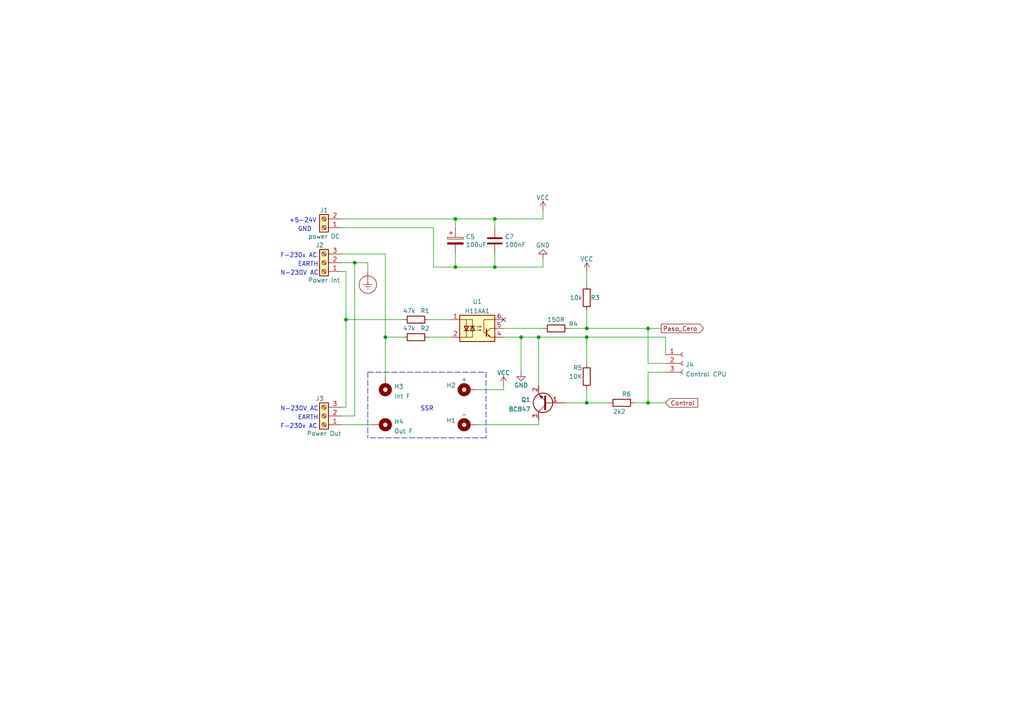
<source format=kicad_sch>
(kicad_sch (version 20211123) (generator eeschema)
  (paper "A4")
  (title_block (date "2018-12-14") (rev "2") (company "Radioelf"))
  (lib_symbols
    (symbol "Connector:Conn_01x03_Female" (pin_names (offset 1.016) hide)
      (property "Reference" "J" (at 0 5.08 0))
      (property "Value" "Conn_01x03_Female" (at 0 -5.08 0))
      (symbol "Conn_01x03_Female_1_1"
        (arc (start 0 -2.032) (mid -0.508 -2.54) (end 0 -3.048) (stroke (width 0.1524)))
        (polyline (pts (xy -1.27 -2.54) (xy -0.508 -2.54)) (stroke (width 0.1524)))
        (polyline (pts (xy -1.27 0) (xy -0.508 0)) (stroke (width 0.1524)))
        (polyline (pts (xy -1.27 2.54) (xy -0.508 2.54)) (stroke (width 0.1524)))
        (arc (start 0 0.508) (mid -0.508 0) (end 0 -0.508) (stroke (width 0.1524)))
        (arc (start 0 3.048) (mid -0.508 2.54) (end 0 2.032) (stroke (width 0.1524)))
        (pin passive line (at -5.08 2.54 0) (length 3.81) (name "Pin_1") (number "1"))
        (pin passive line (at -5.08 0 0) (length 3.81) (name "Pin_2") (number "2"))
        (pin passive line (at -5.08 -2.54 0) (length 3.81) (name "Pin_3") (number "3"))
      )
    )
    (symbol "Connector:Screw_Terminal_01x02" (pin_names (offset 1.016) hide)
      (property "Reference" "J" (at 0 2.54 0))
      (property "Value" "Screw_Terminal_01x02" (at 0 -5.08 0))
      (symbol "Screw_Terminal_01x02_1_1"
        (rectangle (start -1.27 1.27) (end 1.27 -3.81) (stroke (width 0.254)) (fill (type background)))
        (circle (center 0 -2.54) (radius 0.635) (stroke (width 0.1524)))
        (polyline (pts (xy -0.5334 -2.2098) (xy 0.3302 -3.048)) (stroke (width 0.1524)))
        (polyline (pts (xy -0.5334 0.3302) (xy 0.3302 -0.508)) (stroke (width 0.1524)))
        (polyline (pts (xy -0.3556 -2.032) (xy 0.508 -2.8702)) (stroke (width 0.1524)))
        (polyline (pts (xy -0.3556 0.508) (xy 0.508 -0.3302)) (stroke (width 0.1524)))
        (circle (center 0 0) (radius 0.635) (stroke (width 0.1524)))
        (pin passive line (at -5.08 0 0) (length 3.81) (name "Pin_1") (number "1"))
        (pin passive line (at -5.08 -2.54 0) (length 3.81) (name "Pin_2") (number "2"))
      )
    )
    (symbol "Connector:Screw_Terminal_01x03" (pin_names (offset 1.016) hide)
      (property "Reference" "J" (at 0 5.08 0))
      (property "Value" "Screw_Terminal_01x03" (at 0 -5.08 0))
      (symbol "Screw_Terminal_01x03_1_1"
        (rectangle (start -1.27 3.81) (end 1.27 -3.81) (stroke (width 0.254)) (fill (type background)))
        (circle (center 0 -2.54) (radius 0.635) (stroke (width 0.1524)))
        (polyline (pts (xy -0.5334 -2.2098) (xy 0.3302 -3.048)) (stroke (width 0.1524)))
        (polyline (pts (xy -0.5334 0.3302) (xy 0.3302 -0.508)) (stroke (width 0.1524)))
        (polyline (pts (xy -0.5334 2.8702) (xy 0.3302 2.032)) (stroke (width 0.1524)))
        (polyline (pts (xy -0.3556 -2.032) (xy 0.508 -2.8702)) (stroke (width 0.1524)))
        (polyline (pts (xy -0.3556 0.508) (xy 0.508 -0.3302)) (stroke (width 0.1524)))
        (polyline (pts (xy -0.3556 3.048) (xy 0.508 2.2098)) (stroke (width 0.1524)))
        (circle (center 0 0) (radius 0.635) (stroke (width 0.1524)))
        (circle (center 0 2.54) (radius 0.635) (stroke (width 0.1524)))
        (pin passive line (at -5.08 2.54 0) (length 3.81) (name "Pin_1") (number "1"))
        (pin passive line (at -5.08 0 0) (length 3.81) (name "Pin_2") (number "2"))
        (pin passive line (at -5.08 -2.54 0) (length 3.81) (name "Pin_3") (number "3"))
      )
    )
    (symbol "Device:C" (pin_numbers hide) (pin_names (offset 0.254))
      (property "Reference" "C" (at 0.635 2.54 0))
      (property "Value" "C" (at 0.635 -2.54 0))
      (symbol "C_0_1"
        (polyline (pts (xy -2.032 -0.762) (xy 2.032 -0.762)) (stroke (width 0.508)))
        (polyline (pts (xy -2.032 0.762) (xy 2.032 0.762)) (stroke (width 0.508)))
      )
      (symbol "C_1_1"
        (pin passive line (at 0 3.81 270) (length 2.794) (name "~") (number "1"))
        (pin passive line (at 0 -3.81 90) (length 2.794) (name "~") (number "2"))
      )
    )
    (symbol "Device:CP" (pin_numbers hide) (pin_names (offset 0.254))
      (property "Reference" "C" (at 0.635 2.54 0))
      (property "Value" "CP" (at 0.635 -2.54 0))
      (symbol "CP_0_1"
        (rectangle (start -2.286 0.508) (end 2.286 1.016))
        (polyline (pts (xy -1.778 2.286) (xy -0.762 2.286)))
        (polyline (pts (xy -1.27 2.794) (xy -1.27 1.778)))
        (rectangle (start 2.286 -0.508) (end -2.286 -1.016) (fill (type outline)))
      )
      (symbol "CP_1_1"
        (pin passive line (at 0 3.81 270) (length 2.794) (name "~") (number "1"))
        (pin passive line (at 0 -3.81 90) (length 2.794) (name "~") (number "2"))
      )
    )
    (symbol "Device:R" (pin_numbers hide) (pin_names (offset 0))
      (property "Reference" "R" (at 2.032 0 90))
      (property "Value" "R" (at 0 0 90))
      (symbol "R_0_1"
        (rectangle (start -1.016 -2.54) (end 1.016 2.54) (stroke (width 0.254)))
      )
      (symbol "R_1_1"
        (pin passive line (at 0 3.81 270) (length 1.27) (name "~") (number "1"))
        (pin passive line (at 0 -3.81 90) (length 1.27) (name "~") (number "2"))
      )
    )
    (symbol "Isolator:H11AA1"
      (property "Reference" "U" (at -5.334 4.953 0))
      (property "Value" "H11AA1" (at 0.635 4.953 0))
      (symbol "H11AA1_0_1"
        (polyline (pts (xy -2.032 0.635) (xy -0.762 0.635)) (stroke (width 0.254)))
        (polyline (pts (xy -1.397 -2.54) (xy -3.175 -2.54)) (stroke (width 0.1524)))
        (polyline (pts (xy -1.397 -0.635) (xy -1.397 -2.54)))
        (polyline (pts (xy -1.397 0.635) (xy -1.397 -0.635)))
        (polyline (pts (xy -1.397 0.635) (xy -1.397 2.54)))
        (polyline (pts (xy -1.397 2.54) (xy -3.175 2.54)) (stroke (width 0.1524)))
        (polyline (pts (xy -1.397 0.635) (xy -2.032 -0.635) (xy -0.762 -0.635) (xy -1.397 0.635)) (stroke (width 0.254)))
      )
      (symbol "H11AA1_1_1"
        (rectangle (start -5.08 3.81) (end 5.08 -3.81) (stroke (width 0.254)) (fill (type background)))
        (polyline (pts (xy -3.81 -0.635) (xy -2.54 -0.635)) (stroke (width 0.254)))
        (polyline (pts (xy 2.667 -1.397) (xy 3.81 -2.54)))
        (polyline (pts (xy 2.667 -1.143) (xy 3.81 0)))
        (polyline (pts (xy 3.81 -2.54) (xy 5.08 -2.54)))
        (polyline (pts (xy 3.81 0) (xy 5.08 0)))
        (polyline (pts (xy 2.667 -0.254) (xy 2.667 -2.286) (xy 2.667 -2.286)) (stroke (width 0.3556)))
        (polyline (pts (xy -5.08 -2.54) (xy -3.175 -2.54) (xy -3.175 2.54) (xy -5.08 2.54)))
        (polyline (pts (xy -3.175 -0.635) (xy -3.81 0.635) (xy -2.54 0.635) (xy -3.175 -0.635)) (stroke (width 0.254)))
        (polyline (pts (xy 3.683 -2.413) (xy 3.429 -1.905) (xy 3.175 -2.159) (xy 3.683 -2.413)))
        (polyline (pts (xy 5.08 2.54) (xy 1.905 2.54) (xy 1.905 -1.27) (xy 2.54 -1.27)))
        (polyline (pts (xy -0.127 -0.508) (xy 1.143 -0.508) (xy 0.762 -0.635) (xy 0.762 -0.381) (xy 1.143 -0.508)))
        (polyline (pts (xy -0.127 0.508) (xy 1.143 0.508) (xy 0.762 0.381) (xy 0.762 0.635) (xy 1.143 0.508)))
        (pin passive line (at -7.62 2.54 0) (length 2.54) (name "~") (number "1"))
        (pin passive line (at -7.62 -2.54 0) (length 2.54) (name "~") (number "2"))
        (pin no_connect line (at -5.08 0 0) (length 2.54) hide (name "NC") (number "3"))
        (pin passive line (at 7.62 -2.54 180) (length 2.54) (name "~") (number "4"))
        (pin passive line (at 7.62 0 180) (length 2.54) (name "~") (number "5"))
        (pin passive line (at 7.62 2.54 180) (length 2.54) (name "~") (number "6"))
      )
    )
    (symbol "Mechanical:MountingHole_Pad" (pin_numbers hide) (pin_names (offset 1.016) hide)
      (property "Reference" "H" (at 0 6.35 0))
      (property "Value" "MountingHole_Pad" (at 0 4.445 0))
      (symbol "MountingHole_Pad_0_1"
        (circle (center 0 1.27) (radius 1.27) (stroke (width 1.27)))
      )
      (symbol "MountingHole_Pad_1_1"
        (pin input line (at 0 -2.54 90) (length 2.54) (name "1") (number "1"))
      )
    )
    (symbol "Transistor_BJT:BC847" (pin_names (offset 0) hide)
      (property "Reference" "Q" (at 5.08 1.905 0))
      (property "Value" "BC847" (at 5.08 0 0))
      (symbol "BC847_0_1"
        (polyline (pts (xy 0.635 0.635) (xy 2.54 2.54)))
        (polyline (pts (xy 0.635 -0.635) (xy 2.54 -2.54) (xy 2.54 -2.54)))
        (polyline (pts (xy 0.635 1.905) (xy 0.635 -1.905) (xy 0.635 -1.905)) (stroke (width 0.508)))
        (polyline (pts (xy 1.27 -1.778) (xy 1.778 -1.27) (xy 2.286 -2.286) (xy 1.27 -1.778) (xy 1.27 -1.778)) (fill (type outline)))
        (circle (center 1.27 0) (radius 2.8194) (stroke (width 0.254)))
      )
      (symbol "BC847_1_1"
        (pin input line (at -5.08 0 0) (length 5.715) (name "B") (number "1"))
        (pin passive line (at 2.54 -5.08 90) (length 2.54) (name "E") (number "2"))
        (pin passive line (at 2.54 5.08 270) (length 2.54) (name "C") (number "3"))
      )
    )
    (symbol "power:Earth_Protective" (power) (pin_names (offset 0))
      (symbol "Earth_Protective_0_1"
        (circle (center 0 -3.81) (radius 2.54))
        (polyline (pts (xy -0.635 -4.445) (xy 0.635 -4.445)))
        (polyline (pts (xy -0.127 -5.08) (xy 0.127 -5.08)))
        (polyline (pts (xy 0 -3.81) (xy 0 0)))
        (polyline (pts (xy 1.27 -3.81) (xy -1.27 -3.81)))
      )
      (symbol "Earth_Protective_1_1"
        (pin power_in line (at 0 0 270) (length 0) hide (name "Earth_Protective") (number "1"))
      )
    )
    (symbol "power:GND" (power) (pin_names (offset 0))
      (property "Value" "GND" (at 0 -3.81 0))
      (symbol "GND_0_1"
        (polyline (pts (xy 0 0) (xy 0 -1.27) (xy 1.27 -1.27) (xy 0 -2.54) (xy -1.27 -1.27) (xy 0 -1.27)))
      )
      (symbol "GND_1_1"
        (pin power_in line (at 0 0 270) (length 0) hide (name "GND") (number "1"))
      )
    )
    (symbol "power:VCC" (power) (pin_names (offset 0))
      (property "Value" "VCC" (at 0 3.81 0))
      (symbol "VCC_0_1"
        (polyline (pts (xy -0.762 1.27) (xy 0 2.54)))
        (polyline (pts (xy 0 0) (xy 0 2.54)))
        (polyline (pts (xy 0 2.54) (xy 0.762 1.27)))
      )
      (symbol "VCC_1_1"
        (pin power_in line (at 0 0 90) (length 0) hide (name "VCC") (number "1"))
      )
    )
  )
  (junction (at 187.96 116.84))
  (junction (at 143.51 77.47))
  (junction (at 170.18 116.84))
  (junction (at 143.51 63.5))
  (junction (at 132.08 77.47))
  (junction (at 132.08 63.5))
  (junction (at 102.87 76.2))
  (junction (at 151.13 97.79))
  (junction (at 170.18 95.25))
  (junction (at 156.21 97.79))
  (junction (at 187.96 95.25))
  (junction (at 111.76 97.79))
  (junction (at 170.18 97.79))
  (junction (at 100.33 92.71))
  (no_connect (at 146.05 92.71))
  (wire (pts (xy 100.33 92.71) (xy 116.84 92.71)))
  (wire (pts (xy 116.84 97.79) (xy 111.76 97.79)))
  (wire (pts (xy 99.06 66.04) (xy 125.73 66.04)))
  (wire (pts (xy 100.33 92.71) (xy 100.33 118.11)))
  (wire (pts (xy 111.76 97.79) (xy 111.76 109.22)))
  (wire (pts (xy 132.08 63.5) (xy 143.51 63.5)))
  (wire (pts (xy 170.18 78.74) (xy 170.18 82.55)))
  (polyline (pts (xy 106.68 107.95) (xy 106.68 127)))
  (wire (pts (xy 99.06 120.65) (xy 102.87 120.65)))
  (wire (pts (xy 187.96 107.95) (xy 187.96 116.84)))
  (wire (pts (xy 138.43 123.19) (xy 156.21 123.19)))
  (wire (pts (xy 124.46 92.71) (xy 130.81 92.71)))
  (wire (pts (xy 138.43 113.03) (xy 146.05 113.03)))
  (wire (pts (xy 99.06 78.74) (xy 100.33 78.74)))
  (wire (pts (xy 124.46 97.79) (xy 130.81 97.79)))
  (wire (pts (xy 132.08 73.66) (xy 132.08 77.47)))
  (wire (pts (xy 100.33 78.74) (xy 100.33 92.71)))
  (wire (pts (xy 170.18 97.79) (xy 170.18 105.41)))
  (wire (pts (xy 146.05 111.76) (xy 146.05 113.03)))
  (wire (pts (xy 184.15 116.84) (xy 187.96 116.84)))
  (wire (pts (xy 132.08 66.04) (xy 132.08 63.5)))
  (wire (pts (xy 143.51 63.5) (xy 157.48 63.5)))
  (wire (pts (xy 156.21 97.79) (xy 156.21 111.76)))
  (wire (pts (xy 125.73 77.47) (xy 132.08 77.47)))
  (wire (pts (xy 99.06 123.19) (xy 107.95 123.19)))
  (wire (pts (xy 132.08 77.47) (xy 143.51 77.47)))
  (wire (pts (xy 99.06 118.11) (xy 100.33 118.11)))
  (wire (pts (xy 143.51 77.47) (xy 157.48 77.47)))
  (polyline (pts (xy 140.97 107.95) (xy 140.97 127)))
  (wire (pts (xy 187.96 105.41) (xy 193.04 105.41)))
  (wire (pts (xy 170.18 116.84) (xy 176.53 116.84)))
  (wire (pts (xy 111.76 73.66) (xy 111.76 97.79)))
  (polyline (pts (xy 140.97 127) (xy 106.68 127)))
  (wire (pts (xy 187.96 116.84) (xy 193.04 116.84)))
  (wire (pts (xy 143.51 77.47) (xy 143.51 73.66)))
  (wire (pts (xy 193.04 107.95) (xy 187.96 107.95)))
  (wire (pts (xy 193.04 97.79) (xy 170.18 97.79)))
  (wire (pts (xy 157.48 74.93) (xy 157.48 77.47)))
  (wire (pts (xy 170.18 113.03) (xy 170.18 116.84)))
  (wire (pts (xy 146.05 95.25) (xy 157.48 95.25)))
  (wire (pts (xy 193.04 102.87) (xy 193.04 97.79)))
  (wire (pts (xy 187.96 105.41) (xy 187.96 95.25)))
  (wire (pts (xy 156.21 97.79) (xy 170.18 97.79)))
  (wire (pts (xy 99.06 73.66) (xy 111.76 73.66)))
  (wire (pts (xy 151.13 97.79) (xy 156.21 97.79)))
  (wire (pts (xy 170.18 95.25) (xy 187.96 95.25)))
  (wire (pts (xy 187.96 95.25) (xy 191.77 95.25)))
  (wire (pts (xy 106.68 76.2) (xy 106.68 78.74)))
  (wire (pts (xy 156.21 121.92) (xy 156.21 123.19)))
  (polyline (pts (xy 106.68 107.95) (xy 140.97 107.95)))
  (wire (pts (xy 170.18 90.17) (xy 170.18 95.25)))
  (wire (pts (xy 163.83 116.84) (xy 170.18 116.84)))
  (wire (pts (xy 151.13 97.79) (xy 151.13 107.95)))
  (wire (pts (xy 102.87 76.2) (xy 102.87 120.65)))
  (wire (pts (xy 99.06 76.2) (xy 102.87 76.2)))
  (wire (pts (xy 99.06 63.5) (xy 132.08 63.5)))
  (wire (pts (xy 102.87 76.2) (xy 106.68 76.2)))
  (wire (pts (xy 143.51 63.5) (xy 143.51 66.04)))
  (wire (pts (xy 146.05 97.79) (xy 151.13 97.79)))
  (wire (pts (xy 165.1 95.25) (xy 170.18 95.25)))
  (wire (pts (xy 125.73 66.04) (xy 125.73 77.47)))
  (wire (pts (xy 157.48 60.96) (xy 157.48 63.5)))
  (text "SSR" (at 121.92 119.38 0) (effects (font (size 1.27 1.27)) (justify left bottom)))
  (text "EARTH" (at 86.36 121.92 0) (effects (font (size 1.27 1.27)) (justify left bottom)))
  (text "EARTH" (at 86.36 77.47 0) (effects (font (size 1.27 1.27)) (justify left bottom)))
  (text "N-230V AC" (at 81.28 80.01 0) (effects (font (size 1.27 1.27)) (justify left bottom)))
  (text "F-230v AC" (at 81.28 124.46 0) (effects (font (size 1.27 1.27)) (justify left bottom)))
  (text "N-230V AC" (at 81.28 119.38 0) (effects (font (size 1.27 1.27)) (justify left bottom)))
  (text "+5-24V" (at 83.82 64.77 0) (effects (font (size 1.27 1.27)) (justify left bottom)))
  (text "F-230v AC" (at 81.28 74.93 0) (effects (font (size 1.27 1.27)) (justify left bottom)))
  (text "GND" (at 86.36 67.31 0) (effects (font (size 1.27 1.27)) (justify left bottom)))
  (global_label "Paso_Cero" (shape output) (at 191.77 95.25 0) (property "Referencias entre hojas" "${INTERSHEET_REFS}" (effects hide)))
  (global_label "Control" (shape input) (at 193.04 116.84 0) (property "Referencias entre hojas" "${INTERSHEET_REFS}" (effects hide)))
  (symbol (lib_id "power:GND") (at 157.48 74.93 180) (unit 1)
    (property "Reference" "#PWR04" (effects hide))
    (property "Value" "GND" (at 157.48 71.12 0))
  )
  (symbol (lib_id "Device:CP") (at 132.08 69.85 0) (unit 1)
    (property "Reference" "C5" (at 135.0772 68.6816 0) (effects (justify left)))
    (property "Value" "100uF" (at 135.0772 70.993 0) (effects (justify left)))
    (property "Footprint" "Capacitor_SMD:CP_Elec_5x4.5" (effects hide))
  )
  (symbol (lib_id "Device:C") (at 143.51 69.85 0) (unit 1)
    (property "Reference" "C7" (at 146.431 68.6816 0) (effects (justify left)))
    (property "Value" "100nF" (at 146.431 70.993 0) (effects (justify left)))
    (property "Footprint" "Capacitor_SMD:C_0805_2012Metric" (effects hide))
  )
  (symbol (lib_id "Device:R") (at 120.65 97.79 270) (unit 1)
    (property "Reference" "R2" (at 121.92 95.25 90) (effects (justify left)))
    (property "Value" "47k" (at 116.84 95.25 90) (effects (justify left)))
    (property "Footprint" "Resistor_THT:R_Axial_DIN0411_L9.9mm_D3.6mm_P12.70mm_Horizontal" (effects hide))
  )
  (symbol (lib_id "Device:R") (at 120.65 92.71 270) (unit 1)
    (property "Reference" "R1" (at 121.92 90.17 90) (effects (justify left)))
    (property "Value" "47k" (at 116.84 90.17 90) (effects (justify left)))
    (property "Footprint" "Resistor_THT:R_Axial_DIN0411_L9.9mm_D3.6mm_P12.70mm_Horizontal" (effects hide))
  )
  (symbol (lib_id "Device:R") (at 161.29 95.25 90) (unit 1)
    (property "Reference" "R4" (at 167.64 93.98 90) (effects (justify left)))
    (property "Value" "150R" (at 163.83 92.71 90) (effects (justify left)))
    (property "Footprint" "Resistor_SMD:R_0805_2012Metric" (effects hide))
  )
  (symbol (lib_id "Device:R") (at 180.34 116.84 270) (unit 1)
    (property "Reference" "R6" (at 180.34 114.3 90) (effects (justify left)))
    (property "Value" "2k2" (at 177.8 119.38 90) (effects (justify left)))
    (property "Footprint" "Resistor_SMD:R_0805_2012Metric" (effects hide))
  )
  (symbol (lib_id "power:GND") (at 151.13 107.95 0) (unit 1)
    (property "Reference" "#PWR09" (effects hide))
    (property "Value" "GND" (at 151.13 111.76 0))
  )
  (symbol (lib_id "Mechanical:MountingHole_Pad") (at 110.49 123.19 270) (unit 1)
    (property "Reference" "H4" (at 114.3 122.2815 90) (effects (justify left)))
    (property "Value" "Out F" (at 114.3 125.0566 90) (effects (justify left)))
    (property "Footprint" "MountingHole:MountingHole_4.3mm_M4_DIN965_Pad_TopBottom" (effects hide))
  )
  (symbol (lib_id "Mechanical:MountingHole_Pad") (at 135.89 113.03 90) (unit 1)
    (property "Reference" "H2" (at 130.81 111.76 90))
    (property "Value" "+" (at 134.62 110.0606 90))
    (property "Footprint" "MountingHole:MountingHole_3.5mm_Pad_TopBottom" (effects hide))
  )
  (symbol (lib_id "Connector:Conn_01x03_Female") (at 198.12 105.41 0) (unit 1)
    (property "Reference" "J4" (at 198.8312 105.7715 0) (effects (justify left)))
    (property "Value" "Control CPU" (at 198.8312 108.5466 0) (effects (justify left)))
    (property "Footprint" "Connector_JST:JST_EH_B3B-EH-A_1x03_P2.50mm_Vertical" (effects hide))
  )
  (symbol (lib_id "Mechanical:MountingHole_Pad") (at 135.89 123.19 90) (unit 1)
    (property "Reference" "H1" (at 130.81 121.92 90))
    (property "Value" "-" (at 134.62 120.2206 90))
    (property "Footprint" "MountingHole:MountingHole_3.5mm_Pad_TopBottom" (effects hide))
  )
  (symbol (lib_id "power:VCC") (at 157.48 60.96 0) (unit 1)
    (property "Reference" "#PWR0102" (effects hide))
    (property "Value" "VCC" (at 157.48 57.3555 0))
  )
  (symbol (lib_id "Mechanical:MountingHole_Pad") (at 111.76 111.76 180) (unit 1)
    (property "Reference" "H3" (at 114.3 112.1215 0) (effects (justify right)))
    (property "Value" "Int F" (at 114.3 114.8966 0) (effects (justify right)))
    (property "Footprint" "MountingHole:MountingHole_4.3mm_M4_DIN965_Pad_TopBottom" (effects hide))
  )
  (symbol (lib_id "Connector:Screw_Terminal_01x03") (at 93.98 120.65 180) (unit 1)
    (property "Reference" "J3" (at 92.71 115.57 0))
    (property "Value" "Power Out" (at 93.98 125.73 0))
    (property "Footprint" "TerminalBlock:TerminalBlock_bornier-3_P5.08mm" (effects hide))
  )
  (symbol (lib_id "power:Earth_Protective") (at 106.68 78.74 0) (unit 1)
    (property "Reference" "#PWR01" (effects hide))
    (property "Value" "Earth_Protective" (effects hide))
  )
  (symbol (lib_id "Transistor_BJT:BC847") (at 158.75 116.84 180) (unit 1)
    (property "Reference" "Q1" (at 153.8986 115.9315 0) (effects (justify left)))
    (property "Value" "BC847" (at 153.8986 118.7066 0) (effects (justify left)))
    (property "Footprint" "Package_TO_SOT_SMD:SOT-23" (effects hide))
    (property "Datasheet" "http://www.infineon.com/dgdl/Infineon-BC847SERIES_BC848SERIES_BC849SERIES_BC850SERIES-DS-v01_01-en.pdf?fileId=db3a304314dca389011541d4630a1657" (effects hide))
  )
  (symbol (lib_id "power:VCC") (at 146.05 111.76 0) (unit 1)
    (property "Reference" "#PWR0101" (effects hide))
    (property "Value" "VCC" (at 146.05 108.1555 0))
  )
  (symbol (lib_id "power:VCC") (at 170.18 78.74 0) (unit 1)
    (property "Reference" "#PWR02" (effects hide))
    (property "Value" "VCC" (at 170.18 75.1355 0))
  )
  (symbol (lib_id "Connector:Screw_Terminal_01x03") (at 93.98 76.2 180) (unit 1)
    (property "Reference" "J2" (at 92.71 71.12 0))
    (property "Value" "Power Int" (at 93.98 81.28 0))
    (property "Footprint" "TerminalBlock:TerminalBlock_bornier-3_P5.08mm" (effects hide))
  )
  (symbol (lib_id "Device:R") (at 170.18 86.36 180) (unit 1)
    (property "Reference" "R3" (at 173.99 86.36 0) (effects (justify left)))
    (property "Value" "10k" (at 168.91 86.36 0) (effects (justify left)))
    (property "Footprint" "Resistor_SMD:R_0805_2012Metric" (effects hide))
  )
  (symbol (lib_id "Device:R") (at 170.18 109.22 180) (unit 1)
    (property "Reference" "R5" (at 168.91 106.68 0) (effects (justify left)))
    (property "Value" "10K" (at 168.91 109.22 0) (effects (justify left)))
    (property "Footprint" "Resistor_SMD:R_0805_2012Metric" (effects hide))
  )
  (symbol (lib_id "Connector:Screw_Terminal_01x02") (at 93.98 66.04 180) (unit 1)
    (property "Reference" "J1" (at 93.98 60.96 0))
    (property "Value" "power DC" (at 93.98 68.58 0))
    (property "Footprint" "TerminalBlock:TerminalBlock_bornier-2_P5.08mm" (effects hide))
  )
  (symbol (lib_id "Isolator:H11AA1") (at 138.43 95.25 0) (unit 1)
    (property "Reference" "U1" (at 138.43 87.4735 0))
    (property "Value" "H11AA1" (at 138.43 90.2486 0))
    (property "Footprint" "Package_DIP:DIP-6_W7.62mm_SMDSocket_SmallPads" (effects hide))
    (property "Datasheet" "https://www.vishay.com/docs/83608/h11aa1.pdf" (effects hide))
  )
)
</source>
